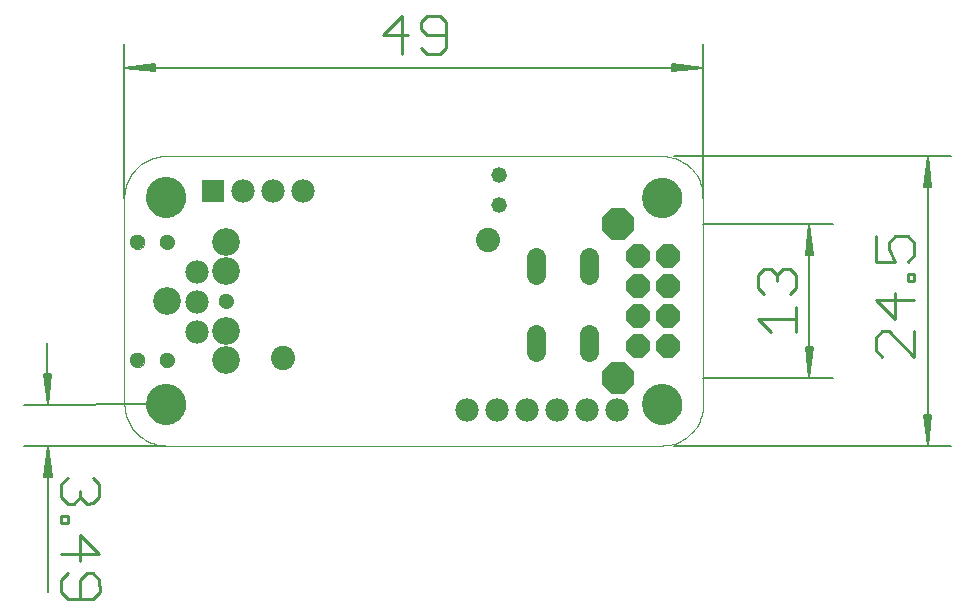
<source format=gbs>
G75*
G70*
%OFA0B0*%
%FSLAX24Y24*%
%IPPOS*%
%LPD*%
%AMOC8*
5,1,8,0,0,1.08239X$1,22.5*
%
%ADD10C,0.0000*%
%ADD11C,0.0051*%
%ADD12C,0.0110*%
%ADD13C,0.0926*%
%ADD14C,0.0512*%
%ADD15OC8,0.0780*%
%ADD16C,0.0808*%
%ADD17C,0.0520*%
%ADD18R,0.0780X0.0780*%
%ADD19C,0.0780*%
%ADD20C,0.0631*%
%ADD21C,0.1340*%
%ADD22OC8,0.1040*%
D10*
X004848Y006033D02*
X004851Y006033D01*
X021387Y006033D01*
X021390Y006033D01*
X020740Y007407D02*
X020742Y007457D01*
X020748Y007507D01*
X020758Y007557D01*
X020771Y007605D01*
X020788Y007653D01*
X020809Y007699D01*
X020833Y007743D01*
X020861Y007785D01*
X020892Y007825D01*
X020926Y007862D01*
X020963Y007897D01*
X021002Y007928D01*
X021043Y007957D01*
X021087Y007982D01*
X021133Y008004D01*
X021180Y008022D01*
X021228Y008036D01*
X021277Y008047D01*
X021327Y008054D01*
X021377Y008057D01*
X021428Y008056D01*
X021478Y008051D01*
X021528Y008042D01*
X021576Y008030D01*
X021624Y008013D01*
X021670Y007993D01*
X021715Y007970D01*
X021758Y007943D01*
X021798Y007913D01*
X021836Y007880D01*
X021871Y007844D01*
X021904Y007805D01*
X021933Y007764D01*
X021959Y007721D01*
X021982Y007676D01*
X022001Y007629D01*
X022016Y007581D01*
X022028Y007532D01*
X022036Y007482D01*
X022040Y007432D01*
X022040Y007382D01*
X022036Y007332D01*
X022028Y007282D01*
X022016Y007233D01*
X022001Y007185D01*
X021982Y007138D01*
X021959Y007093D01*
X021933Y007050D01*
X021904Y007009D01*
X021871Y006970D01*
X021836Y006934D01*
X021798Y006901D01*
X021758Y006871D01*
X021715Y006844D01*
X021670Y006821D01*
X021624Y006801D01*
X021576Y006784D01*
X021528Y006772D01*
X021478Y006763D01*
X021428Y006758D01*
X021377Y006757D01*
X021327Y006760D01*
X021277Y006767D01*
X021228Y006778D01*
X021180Y006792D01*
X021133Y006810D01*
X021087Y006832D01*
X021043Y006857D01*
X021002Y006886D01*
X020963Y006917D01*
X020926Y006952D01*
X020892Y006989D01*
X020861Y007029D01*
X020833Y007071D01*
X020809Y007115D01*
X020788Y007161D01*
X020771Y007209D01*
X020758Y007257D01*
X020748Y007307D01*
X020742Y007357D01*
X020740Y007407D01*
X021387Y006033D02*
X021459Y006035D01*
X021531Y006041D01*
X021603Y006050D01*
X021674Y006063D01*
X021744Y006080D01*
X021813Y006100D01*
X021881Y006125D01*
X021947Y006152D01*
X022013Y006183D01*
X022076Y006218D01*
X022138Y006255D01*
X022197Y006296D01*
X022254Y006340D01*
X022309Y006387D01*
X022361Y006437D01*
X022411Y006489D01*
X022458Y006544D01*
X022502Y006601D01*
X022543Y006660D01*
X022580Y006722D01*
X022615Y006785D01*
X022646Y006851D01*
X022673Y006917D01*
X022698Y006985D01*
X022718Y007054D01*
X022735Y007124D01*
X022748Y007195D01*
X022757Y007267D01*
X022763Y007339D01*
X022765Y007411D01*
X022765Y014300D01*
X020737Y014300D02*
X020739Y014350D01*
X020745Y014400D01*
X020755Y014450D01*
X020768Y014498D01*
X020785Y014546D01*
X020806Y014592D01*
X020830Y014636D01*
X020858Y014678D01*
X020889Y014718D01*
X020923Y014755D01*
X020960Y014790D01*
X020999Y014821D01*
X021040Y014850D01*
X021084Y014875D01*
X021130Y014897D01*
X021177Y014915D01*
X021225Y014929D01*
X021274Y014940D01*
X021324Y014947D01*
X021374Y014950D01*
X021425Y014949D01*
X021475Y014944D01*
X021525Y014935D01*
X021573Y014923D01*
X021621Y014906D01*
X021667Y014886D01*
X021712Y014863D01*
X021755Y014836D01*
X021795Y014806D01*
X021833Y014773D01*
X021868Y014737D01*
X021901Y014698D01*
X021930Y014657D01*
X021956Y014614D01*
X021979Y014569D01*
X021998Y014522D01*
X022013Y014474D01*
X022025Y014425D01*
X022033Y014375D01*
X022037Y014325D01*
X022037Y014275D01*
X022033Y014225D01*
X022025Y014175D01*
X022013Y014126D01*
X021998Y014078D01*
X021979Y014031D01*
X021956Y013986D01*
X021930Y013943D01*
X021901Y013902D01*
X021868Y013863D01*
X021833Y013827D01*
X021795Y013794D01*
X021755Y013764D01*
X021712Y013737D01*
X021667Y013714D01*
X021621Y013694D01*
X021573Y013677D01*
X021525Y013665D01*
X021475Y013656D01*
X021425Y013651D01*
X021374Y013650D01*
X021324Y013653D01*
X021274Y013660D01*
X021225Y013671D01*
X021177Y013685D01*
X021130Y013703D01*
X021084Y013725D01*
X021040Y013750D01*
X020999Y013779D01*
X020960Y013810D01*
X020923Y013845D01*
X020889Y013882D01*
X020858Y013922D01*
X020830Y013964D01*
X020806Y014008D01*
X020785Y014054D01*
X020768Y014102D01*
X020755Y014150D01*
X020745Y014200D01*
X020739Y014250D01*
X020737Y014300D01*
X021387Y015678D02*
X021459Y015676D01*
X021531Y015670D01*
X021603Y015661D01*
X021674Y015648D01*
X021744Y015631D01*
X021813Y015611D01*
X021881Y015586D01*
X021947Y015559D01*
X022013Y015528D01*
X022076Y015493D01*
X022138Y015456D01*
X022197Y015415D01*
X022254Y015371D01*
X022309Y015324D01*
X022361Y015274D01*
X022411Y015222D01*
X022458Y015167D01*
X022502Y015110D01*
X022543Y015051D01*
X022580Y014989D01*
X022615Y014926D01*
X022646Y014860D01*
X022673Y014794D01*
X022698Y014726D01*
X022718Y014657D01*
X022735Y014587D01*
X022748Y014516D01*
X022757Y014444D01*
X022763Y014372D01*
X022765Y014300D01*
X021387Y015678D02*
X004851Y015678D01*
X004198Y014304D02*
X004200Y014354D01*
X004206Y014404D01*
X004216Y014454D01*
X004229Y014502D01*
X004246Y014550D01*
X004267Y014596D01*
X004291Y014640D01*
X004319Y014682D01*
X004350Y014722D01*
X004384Y014759D01*
X004421Y014794D01*
X004460Y014825D01*
X004501Y014854D01*
X004545Y014879D01*
X004591Y014901D01*
X004638Y014919D01*
X004686Y014933D01*
X004735Y014944D01*
X004785Y014951D01*
X004835Y014954D01*
X004886Y014953D01*
X004936Y014948D01*
X004986Y014939D01*
X005034Y014927D01*
X005082Y014910D01*
X005128Y014890D01*
X005173Y014867D01*
X005216Y014840D01*
X005256Y014810D01*
X005294Y014777D01*
X005329Y014741D01*
X005362Y014702D01*
X005391Y014661D01*
X005417Y014618D01*
X005440Y014573D01*
X005459Y014526D01*
X005474Y014478D01*
X005486Y014429D01*
X005494Y014379D01*
X005498Y014329D01*
X005498Y014279D01*
X005494Y014229D01*
X005486Y014179D01*
X005474Y014130D01*
X005459Y014082D01*
X005440Y014035D01*
X005417Y013990D01*
X005391Y013947D01*
X005362Y013906D01*
X005329Y013867D01*
X005294Y013831D01*
X005256Y013798D01*
X005216Y013768D01*
X005173Y013741D01*
X005128Y013718D01*
X005082Y013698D01*
X005034Y013681D01*
X004986Y013669D01*
X004936Y013660D01*
X004886Y013655D01*
X004835Y013654D01*
X004785Y013657D01*
X004735Y013664D01*
X004686Y013675D01*
X004638Y013689D01*
X004591Y013707D01*
X004545Y013729D01*
X004501Y013754D01*
X004460Y013783D01*
X004421Y013814D01*
X004384Y013849D01*
X004350Y013886D01*
X004319Y013926D01*
X004291Y013968D01*
X004267Y014012D01*
X004246Y014058D01*
X004229Y014106D01*
X004216Y014154D01*
X004206Y014204D01*
X004200Y014254D01*
X004198Y014304D01*
X003473Y014300D02*
X003475Y014372D01*
X003481Y014444D01*
X003490Y014516D01*
X003503Y014587D01*
X003520Y014657D01*
X003540Y014726D01*
X003565Y014794D01*
X003592Y014860D01*
X003623Y014926D01*
X003658Y014989D01*
X003695Y015051D01*
X003736Y015110D01*
X003780Y015167D01*
X003827Y015222D01*
X003877Y015274D01*
X003929Y015324D01*
X003984Y015371D01*
X004041Y015415D01*
X004100Y015456D01*
X004162Y015493D01*
X004225Y015528D01*
X004291Y015559D01*
X004357Y015586D01*
X004425Y015611D01*
X004494Y015631D01*
X004564Y015648D01*
X004635Y015661D01*
X004707Y015670D01*
X004779Y015676D01*
X004851Y015678D01*
X003473Y014304D02*
X003473Y014300D01*
X003473Y007450D01*
X003473Y007407D01*
X004198Y007407D02*
X004200Y007457D01*
X004206Y007507D01*
X004216Y007557D01*
X004229Y007605D01*
X004246Y007653D01*
X004267Y007699D01*
X004291Y007743D01*
X004319Y007785D01*
X004350Y007825D01*
X004384Y007862D01*
X004421Y007897D01*
X004460Y007928D01*
X004501Y007957D01*
X004545Y007982D01*
X004591Y008004D01*
X004638Y008022D01*
X004686Y008036D01*
X004735Y008047D01*
X004785Y008054D01*
X004835Y008057D01*
X004886Y008056D01*
X004936Y008051D01*
X004986Y008042D01*
X005034Y008030D01*
X005082Y008013D01*
X005128Y007993D01*
X005173Y007970D01*
X005216Y007943D01*
X005256Y007913D01*
X005294Y007880D01*
X005329Y007844D01*
X005362Y007805D01*
X005391Y007764D01*
X005417Y007721D01*
X005440Y007676D01*
X005459Y007629D01*
X005474Y007581D01*
X005486Y007532D01*
X005494Y007482D01*
X005498Y007432D01*
X005498Y007382D01*
X005494Y007332D01*
X005486Y007282D01*
X005474Y007233D01*
X005459Y007185D01*
X005440Y007138D01*
X005417Y007093D01*
X005391Y007050D01*
X005362Y007009D01*
X005329Y006970D01*
X005294Y006934D01*
X005256Y006901D01*
X005216Y006871D01*
X005173Y006844D01*
X005128Y006821D01*
X005082Y006801D01*
X005034Y006784D01*
X004986Y006772D01*
X004936Y006763D01*
X004886Y006758D01*
X004835Y006757D01*
X004785Y006760D01*
X004735Y006767D01*
X004686Y006778D01*
X004638Y006792D01*
X004591Y006810D01*
X004545Y006832D01*
X004501Y006857D01*
X004460Y006886D01*
X004421Y006917D01*
X004384Y006952D01*
X004350Y006989D01*
X004319Y007029D01*
X004291Y007071D01*
X004267Y007115D01*
X004246Y007161D01*
X004229Y007209D01*
X004216Y007257D01*
X004206Y007307D01*
X004200Y007357D01*
X004198Y007407D01*
X003473Y007450D02*
X003474Y007377D01*
X003479Y007303D01*
X003487Y007231D01*
X003500Y007159D01*
X003516Y007087D01*
X003535Y007017D01*
X003559Y006947D01*
X003586Y006879D01*
X003617Y006813D01*
X003651Y006748D01*
X003688Y006685D01*
X003729Y006624D01*
X003772Y006566D01*
X003819Y006509D01*
X003869Y006455D01*
X003921Y006404D01*
X003976Y006356D01*
X004033Y006311D01*
X004093Y006268D01*
X004155Y006229D01*
X004219Y006193D01*
X004284Y006161D01*
X004352Y006132D01*
X004420Y006107D01*
X004490Y006085D01*
X004561Y006067D01*
X004633Y006052D01*
X004705Y006042D01*
X004778Y006035D01*
X004851Y006032D01*
X004655Y008883D02*
X004657Y008913D01*
X004663Y008943D01*
X004672Y008972D01*
X004685Y008999D01*
X004702Y009024D01*
X004721Y009047D01*
X004744Y009068D01*
X004769Y009085D01*
X004795Y009099D01*
X004824Y009109D01*
X004853Y009116D01*
X004883Y009119D01*
X004914Y009118D01*
X004944Y009113D01*
X004973Y009104D01*
X005000Y009092D01*
X005026Y009077D01*
X005050Y009058D01*
X005071Y009036D01*
X005089Y009012D01*
X005104Y008985D01*
X005115Y008957D01*
X005123Y008928D01*
X005127Y008898D01*
X005127Y008868D01*
X005123Y008838D01*
X005115Y008809D01*
X005104Y008781D01*
X005089Y008754D01*
X005071Y008730D01*
X005050Y008708D01*
X005026Y008689D01*
X005000Y008674D01*
X004973Y008662D01*
X004944Y008653D01*
X004914Y008648D01*
X004883Y008647D01*
X004853Y008650D01*
X004824Y008657D01*
X004795Y008667D01*
X004769Y008681D01*
X004744Y008698D01*
X004721Y008719D01*
X004702Y008742D01*
X004685Y008767D01*
X004672Y008794D01*
X004663Y008823D01*
X004657Y008853D01*
X004655Y008883D01*
X003670Y008883D02*
X003672Y008913D01*
X003678Y008943D01*
X003687Y008972D01*
X003700Y008999D01*
X003717Y009024D01*
X003736Y009047D01*
X003759Y009068D01*
X003784Y009085D01*
X003810Y009099D01*
X003839Y009109D01*
X003868Y009116D01*
X003898Y009119D01*
X003929Y009118D01*
X003959Y009113D01*
X003988Y009104D01*
X004015Y009092D01*
X004041Y009077D01*
X004065Y009058D01*
X004086Y009036D01*
X004104Y009012D01*
X004119Y008985D01*
X004130Y008957D01*
X004138Y008928D01*
X004142Y008898D01*
X004142Y008868D01*
X004138Y008838D01*
X004130Y008809D01*
X004119Y008781D01*
X004104Y008754D01*
X004086Y008730D01*
X004065Y008708D01*
X004041Y008689D01*
X004015Y008674D01*
X003988Y008662D01*
X003959Y008653D01*
X003929Y008648D01*
X003898Y008647D01*
X003868Y008650D01*
X003839Y008657D01*
X003810Y008667D01*
X003784Y008681D01*
X003759Y008698D01*
X003736Y008719D01*
X003717Y008742D01*
X003700Y008767D01*
X003687Y008794D01*
X003678Y008823D01*
X003672Y008853D01*
X003670Y008883D01*
X006623Y010852D02*
X006625Y010882D01*
X006631Y010912D01*
X006640Y010941D01*
X006653Y010968D01*
X006670Y010993D01*
X006689Y011016D01*
X006712Y011037D01*
X006737Y011054D01*
X006763Y011068D01*
X006792Y011078D01*
X006821Y011085D01*
X006851Y011088D01*
X006882Y011087D01*
X006912Y011082D01*
X006941Y011073D01*
X006968Y011061D01*
X006994Y011046D01*
X007018Y011027D01*
X007039Y011005D01*
X007057Y010981D01*
X007072Y010954D01*
X007083Y010926D01*
X007091Y010897D01*
X007095Y010867D01*
X007095Y010837D01*
X007091Y010807D01*
X007083Y010778D01*
X007072Y010750D01*
X007057Y010723D01*
X007039Y010699D01*
X007018Y010677D01*
X006994Y010658D01*
X006968Y010643D01*
X006941Y010631D01*
X006912Y010622D01*
X006882Y010617D01*
X006851Y010616D01*
X006821Y010619D01*
X006792Y010626D01*
X006763Y010636D01*
X006737Y010650D01*
X006712Y010667D01*
X006689Y010688D01*
X006670Y010711D01*
X006653Y010736D01*
X006640Y010763D01*
X006631Y010792D01*
X006625Y010822D01*
X006623Y010852D01*
X004655Y012820D02*
X004657Y012850D01*
X004663Y012880D01*
X004672Y012909D01*
X004685Y012936D01*
X004702Y012961D01*
X004721Y012984D01*
X004744Y013005D01*
X004769Y013022D01*
X004795Y013036D01*
X004824Y013046D01*
X004853Y013053D01*
X004883Y013056D01*
X004914Y013055D01*
X004944Y013050D01*
X004973Y013041D01*
X005000Y013029D01*
X005026Y013014D01*
X005050Y012995D01*
X005071Y012973D01*
X005089Y012949D01*
X005104Y012922D01*
X005115Y012894D01*
X005123Y012865D01*
X005127Y012835D01*
X005127Y012805D01*
X005123Y012775D01*
X005115Y012746D01*
X005104Y012718D01*
X005089Y012691D01*
X005071Y012667D01*
X005050Y012645D01*
X005026Y012626D01*
X005000Y012611D01*
X004973Y012599D01*
X004944Y012590D01*
X004914Y012585D01*
X004883Y012584D01*
X004853Y012587D01*
X004824Y012594D01*
X004795Y012604D01*
X004769Y012618D01*
X004744Y012635D01*
X004721Y012656D01*
X004702Y012679D01*
X004685Y012704D01*
X004672Y012731D01*
X004663Y012760D01*
X004657Y012790D01*
X004655Y012820D01*
X003670Y012820D02*
X003672Y012850D01*
X003678Y012880D01*
X003687Y012909D01*
X003700Y012936D01*
X003717Y012961D01*
X003736Y012984D01*
X003759Y013005D01*
X003784Y013022D01*
X003810Y013036D01*
X003839Y013046D01*
X003868Y013053D01*
X003898Y013056D01*
X003929Y013055D01*
X003959Y013050D01*
X003988Y013041D01*
X004015Y013029D01*
X004041Y013014D01*
X004065Y012995D01*
X004086Y012973D01*
X004104Y012949D01*
X004119Y012922D01*
X004130Y012894D01*
X004138Y012865D01*
X004142Y012835D01*
X004142Y012805D01*
X004138Y012775D01*
X004130Y012746D01*
X004119Y012718D01*
X004104Y012691D01*
X004086Y012667D01*
X004065Y012645D01*
X004041Y012626D01*
X004015Y012611D01*
X003988Y012599D01*
X003959Y012590D01*
X003929Y012585D01*
X003898Y012584D01*
X003868Y012587D01*
X003839Y012594D01*
X003810Y012604D01*
X003784Y012618D01*
X003759Y012635D01*
X003736Y012656D01*
X003717Y012679D01*
X003700Y012704D01*
X003687Y012731D01*
X003678Y012760D01*
X003672Y012790D01*
X003670Y012820D01*
D11*
X000916Y006024D02*
X000927Y001163D01*
X000867Y005000D02*
X000916Y006024D01*
X000816Y005000D01*
X000793Y005000D02*
X000916Y006024D01*
X001021Y005000D01*
X001044Y005000D02*
X000793Y005000D01*
X000970Y005000D02*
X000916Y006024D01*
X001044Y005000D01*
X000129Y006022D02*
X004851Y006033D01*
X004848Y007407D02*
X000126Y007397D01*
X000913Y007398D02*
X000808Y008422D01*
X000785Y008422D02*
X000913Y007398D01*
X001013Y008422D01*
X001036Y008422D02*
X000785Y008422D01*
X000859Y008422D02*
X000913Y007398D01*
X000962Y008422D01*
X001036Y008422D02*
X000913Y007398D01*
X000908Y009446D01*
X003473Y014300D02*
X003473Y019418D01*
X003473Y018631D02*
X004497Y018733D01*
X004497Y018757D02*
X004497Y018505D01*
X003473Y018631D01*
X004497Y018529D01*
X004497Y018580D02*
X003473Y018631D01*
X004497Y018682D01*
X004497Y018757D02*
X003473Y018631D01*
X022765Y018631D01*
X021741Y018529D01*
X021741Y018505D02*
X022765Y018631D01*
X021741Y018733D01*
X021741Y018757D02*
X021741Y018505D01*
X021741Y018580D02*
X022765Y018631D01*
X021741Y018682D01*
X021741Y018757D02*
X022765Y018631D01*
X022765Y019418D02*
X022765Y014300D01*
X022765Y013415D02*
X027095Y013415D01*
X026308Y013415D02*
X026410Y012391D01*
X026434Y012391D02*
X026308Y013415D01*
X026206Y012391D01*
X026182Y012391D02*
X026434Y012391D01*
X026359Y012391D02*
X026308Y013415D01*
X026257Y012391D01*
X026182Y012391D02*
X026308Y013415D01*
X026308Y008296D01*
X026410Y009320D01*
X026434Y009320D02*
X026308Y008296D01*
X026206Y009320D01*
X026182Y009320D02*
X026434Y009320D01*
X026359Y009320D02*
X026308Y008296D01*
X026257Y009320D01*
X026182Y009320D02*
X026308Y008296D01*
X027095Y008296D02*
X022765Y008296D01*
X021780Y006033D02*
X031032Y006033D01*
X030245Y006033D02*
X030347Y007056D01*
X030371Y007056D02*
X030245Y006033D01*
X030143Y007056D01*
X030119Y007056D02*
X030371Y007056D01*
X030296Y007056D02*
X030245Y006033D01*
X030194Y007056D01*
X030119Y007056D02*
X030245Y006033D01*
X030245Y015678D01*
X030347Y014655D01*
X030371Y014655D02*
X030245Y015678D01*
X030143Y014655D01*
X030119Y014655D02*
X030371Y014655D01*
X030296Y014655D02*
X030245Y015678D01*
X030194Y014655D01*
X030119Y014655D02*
X030245Y015678D01*
X031032Y015678D02*
X021780Y015678D01*
D12*
X024802Y011929D02*
X025013Y011929D01*
X025225Y011717D01*
X025436Y011929D01*
X025648Y011929D01*
X025859Y011717D01*
X025859Y011294D01*
X025648Y011083D01*
X025859Y010660D02*
X025859Y009814D01*
X025859Y010237D02*
X024590Y010237D01*
X025013Y009814D01*
X024802Y011083D02*
X024590Y011294D01*
X024590Y011717D01*
X024802Y011929D01*
X025225Y011717D02*
X025225Y011506D01*
X028527Y010895D02*
X029162Y010261D01*
X029162Y011107D01*
X029796Y010895D02*
X028527Y010895D01*
X029585Y011529D02*
X029585Y011741D01*
X029796Y011741D01*
X029796Y011529D01*
X029585Y011529D01*
X029585Y012164D02*
X029796Y012375D01*
X029796Y012798D01*
X029585Y013010D01*
X029162Y013010D01*
X028950Y012798D01*
X028950Y012587D01*
X029162Y012164D01*
X028527Y012164D01*
X028527Y013010D01*
X028739Y009838D02*
X028527Y009626D01*
X028527Y009203D01*
X028739Y008992D01*
X028950Y009838D02*
X029796Y008992D01*
X029796Y009838D01*
X028950Y009838D02*
X028739Y009838D01*
X014192Y019291D02*
X014192Y020137D01*
X013981Y020349D01*
X013558Y020349D01*
X013346Y020137D01*
X013346Y019926D01*
X013558Y019714D01*
X014192Y019714D01*
X014192Y019291D02*
X013981Y019080D01*
X013558Y019080D01*
X013346Y019291D01*
X012924Y019714D02*
X012078Y019714D01*
X012712Y020349D01*
X012712Y019080D01*
X002425Y004948D02*
X002637Y004737D01*
X002637Y004314D01*
X002426Y004102D01*
X002215Y004101D01*
X002003Y004313D01*
X001792Y004101D01*
X001580Y004100D01*
X001368Y004311D01*
X001368Y004735D01*
X001579Y004946D01*
X002003Y004524D02*
X002003Y004313D01*
X001581Y003678D02*
X001369Y003677D01*
X001370Y003466D01*
X001581Y003466D01*
X001581Y003678D01*
X002005Y003044D02*
X002007Y002198D01*
X002219Y001775D02*
X002008Y001564D01*
X002009Y000929D01*
X001586Y000928D02*
X002432Y000930D01*
X002643Y001142D01*
X002642Y001565D01*
X002430Y001776D01*
X002219Y001775D01*
X001584Y001774D02*
X001373Y001563D01*
X001374Y001139D01*
X001586Y000928D01*
X001372Y002408D02*
X002641Y002411D01*
X002005Y003044D01*
D13*
X006859Y008883D03*
X006859Y009867D03*
X004891Y010852D03*
X006859Y011836D03*
X006859Y012820D03*
D14*
X004891Y012820D03*
X003906Y012820D03*
X006859Y010852D03*
X004891Y008883D03*
X003906Y008883D03*
D15*
X020588Y009349D03*
X021588Y009349D03*
X021588Y010349D03*
X020588Y010349D03*
X020588Y011349D03*
X021588Y011349D03*
X021588Y012349D03*
X020588Y012349D03*
D16*
X015592Y012898D03*
X008773Y008961D03*
D17*
X015952Y014061D03*
X015952Y015061D03*
D18*
X006418Y014512D03*
D19*
X007418Y014512D03*
X008418Y014512D03*
X009418Y014512D03*
X005893Y011823D03*
X005893Y010823D03*
X005893Y009823D03*
X014905Y007209D03*
X015905Y007209D03*
X016905Y007209D03*
X017905Y007209D03*
X018905Y007209D03*
X019905Y007209D03*
D20*
X018959Y009158D02*
X018959Y009748D01*
X017188Y009748D02*
X017188Y009158D01*
X017188Y011717D02*
X017188Y012307D01*
X018959Y012307D02*
X018959Y011717D01*
D21*
X021387Y014300D03*
X021390Y007407D03*
X004848Y007407D03*
X004848Y014304D03*
D22*
X019910Y013415D03*
X019910Y008296D03*
M02*

</source>
